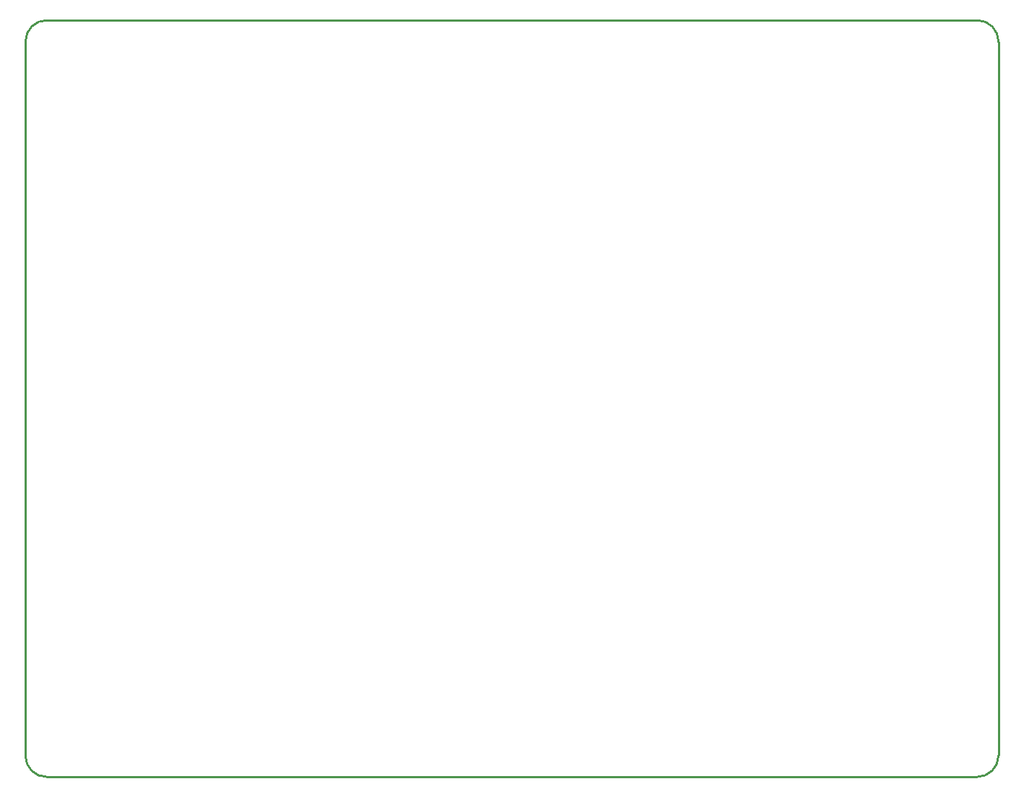
<source format=gko>
G04 Layer: BoardOutline*
G04 EasyEDA v6.3.53, 2020-06-23T11:31:42+02:00*
G04 9deb55b867614345ac0c6ea2e1a2c697,50b924b206514efda7368a069ed08794,10*
G04 Gerber Generator version 0.2*
G04 Scale: 100 percent, Rotated: No, Reflected: No *
G04 Dimensions in millimeters *
G04 leading zeros omitted , absolute positions ,3 integer and 3 decimal *
%FSLAX33Y33*%
%MOMM*%
G90*
G71D02*

%ADD10C,0.254000*%
%ADD11C,0.249999*%
G54D10*
G01X2499Y88750D02*
G01X111499Y88750D01*
G54D11*
G01X0Y2501D02*
G01X0Y86250D01*
G54D10*
G01X113999Y86250D02*
G01X113999Y2538D01*
G01X111499Y1D02*
G01X2499Y1D01*
G75*
G01X0Y86251D02*
G02X2540Y88752I2507J-6D01*
G01*
G75*
G01X111500Y88751D02*
G02X113999Y86211I-8J-2507D01*
G01*
G75*
G01X2500Y1D02*
G02X1Y2503I-26J2474D01*
G01*
G75*
G01X114000Y2501D02*
G02X111460Y0I-2507J6D01*
G01*

%LPD*%
M00*
M02*

</source>
